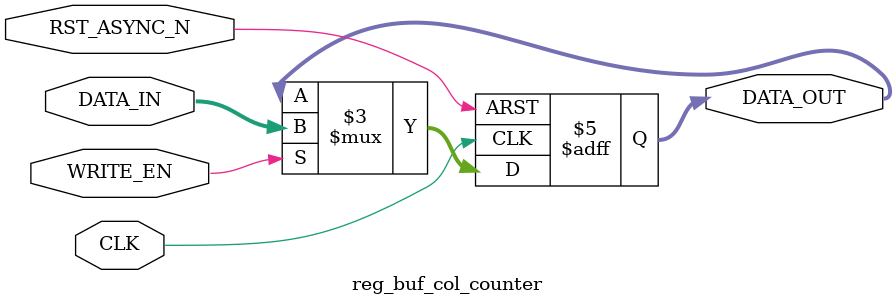
<source format=v>
/*-----------------------------------------------------------------------------------
* File: reg_buf_col_counter.v
* Date generated: 25/03/2023
* Date modified: 28/05/2023
* Author: Bruna Suemi Nagai
* Description: Stores the mux_sel_bffer_col
*----------------------------------------------------------------------------------- */

module reg_buf_col_counter (
    CLK,
    RST_ASYNC_N, 
    WRITE_EN,
    DATA_IN,  
    DATA_OUT
);


// ------------------------------------------
// IO declaration
// ------------------------------------------
    input CLK;                              // Clock
    input RST_ASYNC_N;						// Asynchronous reset
    input WRITE_EN;							// Enables writing
    input  [1:0] DATA_IN;			// Data in
    output reg  [1:0] DATA_OUT;	    // Data out
    

// ------------------------------------------
// Sequential logic
// ------------------------------------------
always @(posedge CLK, negedge RST_ASYNC_N) begin
if (!RST_ASYNC_N)                        // If rst async is low
    begin
            DATA_OUT <= 2'b0;
    end
    
    else if (WRITE_EN) 		 			    // If write enable is high
    begin
        DATA_OUT <= DATA_IN; 			    // Write data to the register at the specified address
    end 
end

endmodule // reg_buf_col_counter
    
</source>
